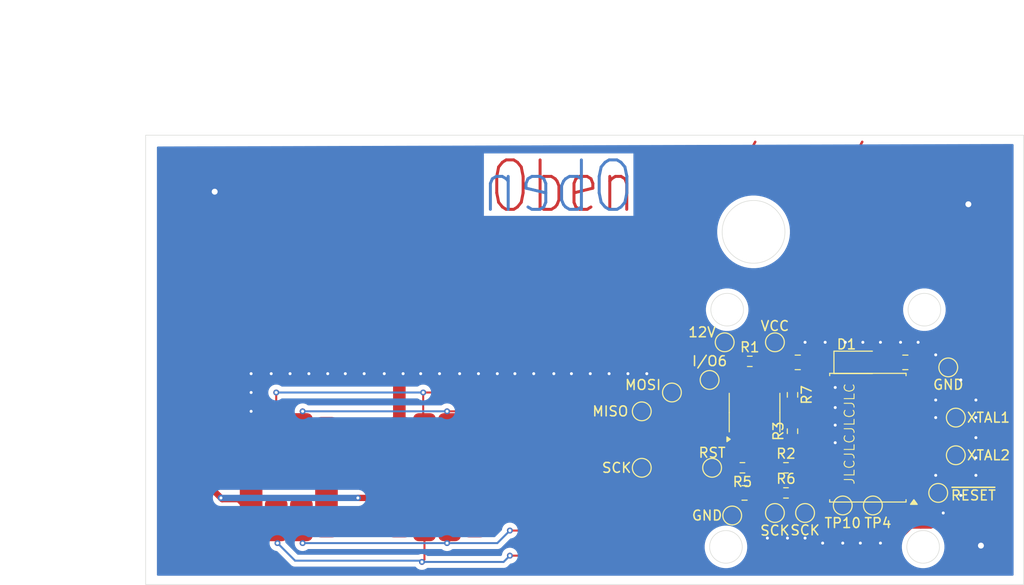
<source format=kicad_pcb>
(kicad_pcb (version 20241229) (generator "pcbnew") (generator_version "9.0")
  (layers (0 "F.Cu" signal) (2 "B.Cu" signal) (13 "F.Paste" user) (15 "B.Paste" user) (5 "F.SilkS" user "F.Silkscreen") (7 "B.SilkS" user "B.Silkscreen") (1 "F.Mask" user) (3 "B.Mask" user) (25 "Edge.Cuts" user))
  (net 0 "")
  (net 3 "GND")
  (net 4 "VCC")
  (net 7 "RST")
  (net 8 "SCK")
  (net 9 "MISO")
  (net 10 "MOSI")
  (net 11 "+12V")
  (net 12 "Net-(D2-I{slash}O_6)")
  (net 13 "Net-(U1-XTAL1)")
  (net 14 "Net-(U1-XTAL2)")
  (net 15 "Net-(U1-~{RESET})")
  (net 16 "Net-(U1-PB6)")
  (net 17 "Net-(U1-PB7)")
  (net 18 "Net-(U1-PB5)")
  (footprint "Diode_SMD:D_1206_3216Metric" (layer "F.Cu") (at 123.314 54.356)
    (property "Reference" "D1" (at -1.016 -1.82 0) (layer "F.SilkS"))
    (property "Value" "0,5W 4,7V")
    (fp_line (start -2.285 -1.135) (end -2.285 1.135) (stroke (width 0.12)) (layer "F.SilkS"))
    (fp_line (start -2.285 1.135) (end 1.6 1.135) (stroke (width 0.12)) (layer "F.SilkS"))
    (fp_line (start 1.6 -1.135) (end -2.285 -1.135) (stroke (width 0.12)) (layer "F.SilkS"))
    (pad "1" smd roundrect (at -1.4 0) (size 1.25 1.75) (layers "F.Cu" "F.Mask" "F.Paste") (roundrect_rratio 0.2) (net 4 "VCC"))
    (pad "2" smd roundrect (at 1.4 0) (size 1.25 1.75) (layers "F.Cu" "F.Mask" "F.Paste") (roundrect_rratio 0.2) (net 3 "GND"))
  )
  (footprint "TestPoint:TestPoint_Pad_D1.5mm" (layer "F.Cu") (at 115.062 52.324)
    (property "Reference" "TP16")
    (property "Value" "VCC")
    (fp_circle (center 0 0) (end 0 0.95) (stroke (width 0.12)) (fill no) (layer "F.SilkS"))
    (fp_text user "VCC" (at 0 -1.65 0) (layer "F.SilkS"))
    (pad "1" smd circle (at 0 0) (size 1.5 1.5) (layers "F.Cu" "F.Mask") (net 4 "VCC"))
  )
  (footprint "TestPoint:TestPoint_Pad_D1.5mm" (layer "F.Cu") (at 101.6 59.309)
    (property "Reference" "TP1" (hide yes))
    (property "Value" "MISO" (at -3.175 0 0) (layer "F.SilkS"))
    (fp_circle (center 0 0) (end 0 0.95) (stroke (width 0.12)) (fill no) (layer "F.SilkS"))
    (pad "1" smd circle (at 0 0) (size 1.5 1.5) (layers "F.Cu" "F.Mask") (net 9 "MISO"))
  )
  (footprint "Resistor_SMD:R_0603_1608Metric" (layer "F.Cu") (at 116.1815 65.024)
    (property "Reference" "R2" (at 0 -1.43 0) (layer "F.SilkS"))
    (property "Value" "4700")
    (fp_line (start -0.237258 -0.5225) (end 0.237258 -0.5225) (stroke (width 0.12)) (layer "F.SilkS"))
    (fp_line (start -0.237258 0.5225) (end 0.237258 0.5225) (stroke (width 0.12)) (layer "F.SilkS"))
    (pad "1" smd roundrect (at -0.825 0) (size 0.8 0.95) (layers "F.Cu" "F.Mask" "F.Paste") (net 9 "MISO"))
    (pad "2" smd roundrect (at 0.825 0) (size 0.8 0.95) (layers "F.Cu" "F.Mask" "F.Paste") (net 16 "Net-(U1-PB6)"))
  )
  (footprint "Capacitor_SMD:C_0805_2012Metric_Pad1.18x1.45mm_HandSolder" (layer "F.Cu") (at 111.9925 67.564 180)
    (property "Reference" "C3" (at 5.5665 0 180) (layer "F.Cu"))
    (property "Value" "100nF")
    (fp_line (start -0.261252 0.735) (end 0.261252 0.735) (stroke (width 0.12)) (layer "F.SilkS"))
    (fp_line (start -0.261252 -0.735) (end 0.261252 -0.735) (stroke (width 0.12)) (layer "F.SilkS"))
    (pad "1" smd roundrect (at -1.0375 0 180) (size 1.175 1.45) (layers "F.Cu" "F.Mask" "F.Paste") (roundrect_rratio 0.212766) (net 15 "Net-(U1-~{RESET})"))
    (pad "2" smd roundrect (at 1.0375 0 180) (size 1.175 1.45) (layers "F.Cu" "F.Mask" "F.Paste") (roundrect_rratio 0.212766) (net 3 "GND"))
  )
  (footprint "TestPoint:TestPoint_Pad_D1.5mm" (layer "F.Cu") (at 121.92 68.834)
    (property "Reference" "TP10" (at 0 1.778 0) (layer "F.SilkS"))
    (property "Value" "MISO")
    (fp_circle (center 0 0) (end 0 0.95) (stroke (width 0.12)) (fill no) (layer "F.SilkS"))
    (pad "1" smd circle (at 0 0) (size 1.5 1.5) (layers "F.Cu" "F.Mask") (net 16 "Net-(U1-PB6)"))
  )
  (footprint "TestPoint:TestPoint_Pad_D1.5mm" (layer "F.Cu") (at 133.35 63.754)
    (property "Reference" "TP15")
    (property "Value" "XTAL2" (at 3.302 0 0) (layer "F.SilkS"))
    (fp_circle (center 0 0) (end 0 0.95) (stroke (width 0.12)) (fill no) (layer "F.SilkS"))
    (pad "1" smd circle (at 0 0) (size 1.5 1.5) (layers "F.Cu" "F.Mask") (net 14 "Net-(U1-XTAL2)"))
  )
  (footprint "TestPoint:TestPoint_Pad_D1.5mm" (layer "F.Cu") (at 104.648 57.404)
    (property "Reference" "TP5" (hide yes))
    (property "Value" "MOSI" (at -2.921 -0.762 0) (layer "F.SilkS"))
    (fp_circle (center 0 0) (end 0 0.95) (stroke (width 0.12)) (fill no) (layer "F.SilkS"))
    (pad "1" smd circle (at 0 0) (size 1.5 1.5) (layers "F.Cu" "F.Mask") (net 10 "MOSI"))
  )
  (footprint "TestPoint:TestPoint_Pad_D1.5mm" (layer "F.Cu") (at 108.458 56.134)
    (property "Reference" "TP7" (hide yes))
    (property "Value" "I/O6" (at 0 -1.905 0) (layer "F.SilkS"))
    (fp_circle (center 0 0) (end 0 0.95) (stroke (width 0.12)) (fill no) (layer "F.SilkS"))
    (pad "1" smd circle (at 0 0) (size 1.5 1.5) (layers "F.Cu" "F.Mask") (net 12 "Net-(D2-I{slash}O_6)"))
  )
  (footprint "TestPoint:TestPoint_Pad_D1.5mm" (layer "F.Cu") (at 118.11 69.596)
    (property "Reference" "TP6")
    (property "Value" "SCK" (at 0 1.75 0) (layer "F.SilkS"))
    (fp_circle (center 0 0) (end 0 0.95) (stroke (width 0.12)) (fill no) (layer "F.SilkS"))
    (pad "1" smd circle (at 0 0) (size 1.5 1.5) (layers "F.Cu" "F.Mask") (net 17 "Net-(U1-PB7)"))
  )
  (footprint "Package_SO:SOP-20_7.5x12.8mm_P1.27mm" (layer "F.Cu") (at 124.46 61.976 180)
    (property "Reference" "U1" (at -11.176 -8.128 90) (layer "F.Cu"))
    (property "Value" "AT90S1200A")
    (fp_line (start 3.86 6.51) (end 3.86 6.275) (stroke (width 0.12)) (layer "F.SilkS"))
    (fp_line (start 3.86 -6.51) (end 3.86 -6.275) (stroke (width 0.12)) (layer "F.SilkS"))
    (fp_line (start 0 6.51) (end 3.86 6.51) (stroke (width 0.12)) (layer "F.SilkS"))
    (fp_line (start 0 6.51) (end -3.86 6.51) (stroke (width 0.12)) (layer "F.SilkS"))
    (fp_line (start 0 -6.51) (end 3.86 -6.51) (stroke (width 0.12)) (layer "F.SilkS"))
    (fp_line (start 0 -6.51) (end -3.86 -6.51) (stroke (width 0.12)) (layer "F.SilkS"))
    (fp_line (start -3.86 6.51) (end -3.86 6.275) (stroke (width 0.12)) (layer "F.SilkS"))
    (fp_line (start -3.86 -6.51) (end -3.86 -6.275) (stroke (width 0.12)) (layer "F.SilkS"))
    (fp_poly (pts (xy -4.65 -6.275) (xy -4.99 -6.745) (xy -4.31 -6.745) (xy -4.65 -6.275)) (stroke (width 0.12)) (fill yes) (layer "F.SilkS"))
    (pad "1" smd roundrect (at -4.6 -5.715 180) (size 1.9 0.6) (layers "F.Cu" "F.Mask" "F.Paste") (net 15 "Net-(U1-~{RESET})"))
    (pad "2" smd roundrect (at -4.6 -4.445 180) (size 1.9 0.6) (layers "F.Cu" "F.Mask" "F.Paste") (net 3 "GND"))
    (pad "3" smd roundrect (at -4.6 -3.175 180) (size 1.9 0.6) (layers "F.Cu" "F.Mask" "F.Paste") (net 3 "GND"))
    (pad "4" smd roundrect (at -4.6 -1.905 180) (size 1.9 0.6) (layers "F.Cu" "F.Mask" "F.Paste") (net 14 "Net-(U1-XTAL2)"))
    (pad "5" smd roundrect (at -4.6 -0.635 180) (size 1.9 0.6) (layers "F.Cu" "F.Mask" "F.Paste") (net 13 "Net-(U1-XTAL1)"))
    (pad "6" smd roundrect (at -4.6 0.635 180) (size 1.9 0.6) (layers "F.Cu" "F.Mask" "F.Paste") (net 3 "GND"))
    (pad "7" smd roundrect (at -4.6 1.905 180) (size 1.9 0.6) (layers "F.Cu" "F.Mask" "F.Paste") (net 3 "GND"))
    (pad "8" smd roundrect (at -4.6 3.175 180) (size 1.9 0.6) (layers "F.Cu" "F.Mask" "F.Paste") (net 3 "GND"))
    (pad "9" smd roundrect (at -4.6 4.445 180) (size 1.9 0.6) (layers "F.Cu" "F.Mask" "F.Paste") (net 3 "GND"))
    (pad "10" smd roundrect (at -4.6 5.715 180) (size 1.9 0.6) (layers "F.Cu" "F.Mask" "F.Paste") (net 3 "GND"))
    (pad "11" smd roundrect (at 4.6 5.715 180) (size 1.9 0.6) (layers "F.Cu" "F.Mask" "F.Paste") (net 3 "GND"))
    (pad "12" smd roundrect (at 4.6 4.445 180) (size 1.9 0.6) (layers "F.Cu" "F.Mask" "F.Paste") (net 3 "GND"))
    (pad "13" smd roundrect (at 4.6 3.175 180) (size 1.9 0.6) (layers "F.Cu" "F.Mask" "F.Paste") (net 3 "GND"))
    (pad "14" smd roundrect (at 4.6 1.905 180) (size 1.9 0.6) (layers "F.Cu" "F.Mask" "F.Paste") (net 3 "GND"))
    (pad "15" smd roundrect (at 4.6 0.635 180) (size 1.9 0.6) (layers "F.Cu" "F.Mask" "F.Paste") (net 3 "GND"))
    (pad "16" smd roundrect (at 4.6 -0.635 180) (size 1.9 0.6) (layers "F.Cu" "F.Mask" "F.Paste") (net 3 "GND"))
    (pad "17" smd roundrect (at 4.6 -1.905 180) (size 1.9 0.6) (layers "F.Cu" "F.Mask" "F.Paste") (net 18 "Net-(U1-PB5)"))
    (pad "18" smd roundrect (at 4.6 -3.175 180) (size 1.9 0.6) (layers "F.Cu" "F.Mask" "F.Paste") (net 16 "Net-(U1-PB6)"))
    (pad "19" smd roundrect (at 4.6 -4.445 180) (size 1.9 0.6) (layers "F.Cu" "F.Mask" "F.Paste") (net 17 "Net-(U1-PB7)"))
    (pad "20" smd roundrect (at 4.6 -5.715 180) (size 1.9 0.6) (layers "F.Cu" "F.Mask" "F.Paste") (net 4 "VCC"))
  )
  (footprint "Resistor_SMD:R_0603_1608Metric" (layer "F.Cu") (at 116.1815 67.564)
    (property "Reference" "R6" (at 0 -1.43 0) (layer "F.SilkS"))
    (property "Value" "4700")
    (fp_line (start -0.237258 -0.5225) (end 0.237258 -0.5225) (stroke (width 0.12)) (layer "F.SilkS"))
    (fp_line (start -0.237258 0.5225) (end 0.237258 0.5225) (stroke (width 0.12)) (layer "F.SilkS"))
    (pad "1" smd roundrect (at -0.825 0) (size 0.8 0.95) (layers "F.Cu" "F.Mask" "F.Paste") (net 8 "SCK"))
    (pad "2" smd roundrect (at 0.825 0) (size 0.8 0.95) (layers "F.Cu" "F.Mask" "F.Paste") (net 17 "Net-(U1-PB7)"))
  )
  (footprint "TestPoint:TestPoint_Pad_D1.5mm" (layer "F.Cu") (at 133.35 59.944)
    (property "Reference" "TP14")
    (property "Value" "XTAL1" (at 3.302 0 0) (layer "F.SilkS"))
    (fp_circle (center 0 0) (end 0 0.95) (stroke (width 0.12)) (fill no) (layer "F.SilkS"))
    (pad "1" smd circle (at 0 0) (size 1.5 1.5) (layers "F.Cu" "F.Mask") (net 13 "Net-(U1-XTAL1)"))
  )
  (footprint "TestPoint:TestPoint_Pad_D1.5mm" (layer "F.Cu") (at 101.6 65.024)
    (property "Reference" "TP9" (hide yes))
    (property "Value" "SCK" (at -2.54 0 0) (layer "F.SilkS"))
    (fp_circle (center 0 0) (end 0 0.95) (stroke (width 0.12)) (fill no) (layer "F.SilkS"))
    (pad "1" smd circle (at 0 0) (size 1.5 1.5) (layers "F.Cu" "F.Mask") (net 8 "SCK"))
  )
  (footprint "TestPoint:TestPoint_Pad_D1.5mm" (layer "F.Cu") (at 132.588 54.864)
    (property "Reference" "TP11")
    (property "Value" "GND" (at 0 1.75 0) (layer "F.SilkS"))
    (fp_circle (center 0 0) (end 0 0.95) (stroke (width 0.12)) (fill no) (layer "F.SilkS"))
    (pad "1" smd circle (at 0 0) (size 1.5 1.5) (layers "F.Cu" "F.Mask") (net 3 "GND"))
  )
  (footprint "Resistor_SMD:R_0603_1608Metric" (layer "F.Cu") (at 116.84 61.3175 90)
    (property "Reference" "R3" (at 0 -1.43 90) (layer "F.SilkS"))
    (property "Value" "4700")
    (fp_line (start -0.237258 -0.5225) (end 0.237258 -0.5225) (stroke (width 0.12)) (layer "F.SilkS"))
    (fp_line (start -0.237258 0.5225) (end 0.237258 0.5225) (stroke (width 0.12)) (layer "F.SilkS"))
    (pad "1" smd roundrect (at -0.825 0 90) (size 0.8 0.95) (layers "F.Cu" "F.Mask" "F.Paste") (net 10 "MOSI"))
    (pad "2" smd roundrect (at 0.825 0 90) (size 0.8 0.95) (layers "F.Cu" "F.Mask" "F.Paste") (net 18 "Net-(U1-PB5)"))
  )
  (footprint "SIM:ZLK" (layer "F.Cu") (at 82.169 57.0845)
    (property "Reference" "J1" (at -0.889 -7.3005 180) (layer "F.Cu") (effects (font (size 2 2) (thickness 0.2))))
    (property "Value" "Conn_02x04_Counter_Clockwise")
    (pad "1" smd roundrect (at -5.08 12.192) (size 2.286 5.588) (layers "F.Cu" "F.Mask") (net 11 "+12V"))
    (pad "2" smd roundrect (at -2.54 13.208) (size 2.286 4.318) (layers "F.Cu" "F.Mask") (net 7 "RST"))
    (pad "3" smd roundrect (at 0 13.208) (size 2.286 4.318) (layers "F.Cu" "F.Mask") (net 8 "SCK"))
    (pad "4" smd roundrect (at 2.54 12.192) (size 2.286 5.588) (layers "F.Cu" "F.Mask"))
    (pad "5" smd roundrect (at 2.54 5.588) (size 2.286 5.588) (layers "F.Cu" "F.Mask"))
    (pad "6" smd roundrect (at 0 4.572) (size 2.286 4.318) (layers "F.Cu" "F.Mask") (net 9 "MISO"))
    (pad "7" smd roundrect (at -2.54 4.572) (size 2.286 4.318) (layers "F.Cu" "F.Mask") (net 10 "MOSI"))
    (pad "8" smd roundrect (at -5.08 5.588) (size 2.286 5.588) (layers "F.Cu" "F.Mask") (net 3 "GND"))
  )
  (footprint "TestPoint:TestPoint_Pad_D1.5mm" (layer "F.Cu") (at 115.062 69.596)
    (property "Reference" "TP12")
    (property "Value" "SCK")
    (fp_circle (center 0 0) (end 0 0.95) (stroke (width 0.12)) (fill no) (layer "F.SilkS"))
    (fp_text user "SCK" (at 0 1.778 0) (layer "F.SilkS"))
    (pad "1" smd circle (at 0 0) (size 1.5 1.5) (layers "F.Cu" "F.Mask") (net 8 "SCK"))
  )
  (footprint "TestPoint:TestPoint_Pad_D1.5mm" (layer "F.Cu") (at 131.572 67.564)
    (property "Reference" "TP13")
    (property "Value" "~{RESET}" (at 3.556 0.254 0) (layer "F.SilkS"))
    (fp_circle (center 0 0) (end 0 0.95) (stroke (width 0.12)) (fill no) (layer "F.SilkS"))
    (pad "1" smd circle (at 0 0) (size 1.5 1.5) (layers "F.Cu" "F.Mask") (net 15 "Net-(U1-~{RESET})"))
  )
  (footprint "TestPoint:TestPoint_Pad_D1.5mm" (layer "F.Cu") (at 110.744 69.85)
    (property "Reference" "TP2" (hide yes))
    (property "Value" "GND" (at -2.54 0 0) (layer "F.SilkS"))
    (fp_circle (center 0 0) (end 0 0.95) (stroke (width 0.12)) (fill no) (layer "F.SilkS"))
    (pad "1" smd circle (at 0 0) (size 1.5 1.5) (layers "F.Cu" "F.Mask") (net 3 "GND"))
  )
  (footprint "TestPoint:TestPoint_Pad_D1.5mm" (layer "F.Cu") (at 109.982 52.324)
    (property "Reference" "TP8" (hide yes))
    (property "Value" "12V" (at -2.286 -1.016 0) (layer "F.SilkS"))
    (fp_circle (center 0 0) (end 0 0.95) (stroke (width 0.12)) (fill no) (layer "F.SilkS"))
    (pad "1" smd circle (at 0 0) (size 1.5 1.5) (layers "F.Cu" "F.Mask") (net 11 "+12V"))
  )
  (footprint "Resistor_SMD:R_0603_1608Metric" (layer "F.Cu") (at 116.84 57.642 -90)
    (property "Reference" "R7" (at 0 -1.43 270) (layer "F.SilkS"))
    (property "Value" "1002")
    (fp_line (start -0.237258 0.5225) (end 0.237258 0.5225) (stroke (width 0.12)) (layer "F.SilkS"))
    (fp_line (start -0.237258 -0.5225) (end 0.237258 -0.5225) (stroke (width 0.12)) (layer "F.SilkS"))
    (pad "1" smd roundrect (at -0.825 0 270) (size 0.8 0.95) (layers "F.Cu" "F.Mask" "F.Paste") (net 4 "VCC"))
    (pad "2" smd roundrect (at 0.825 0 270) (size 0.8 0.95) (layers "F.Cu" "F.Mask" "F.Paste") (net 18 "Net-(U1-PB5)"))
  )
  (footprint "Package_SO:SO-8_3.9x4.9mm_P1.27mm" (layer "F.Cu") (at 113.0046 59.436 90)
    (property "Reference" "D2" (at -1.778 -11.1506 180) (layer "F.Cu"))
    (property "Value" "ESDA6V1U1")
    (fp_line (start 0 -2.56) (end 1.95 -2.56) (stroke (width 0.12)) (layer "F.SilkS"))
    (fp_line (start 0 -2.56) (end -1.95 -2.56) (stroke (width 0.12)) (layer "F.SilkS"))
    (fp_line (start 0 2.56) (end 1.95 2.56) (stroke (width 0.12)) (layer "F.SilkS"))
    (fp_line (start 0 2.56) (end -1.95 2.56) (stroke (width 0.12)) (layer "F.SilkS"))
    (fp_poly (pts (xy -2.7 -2.465) (xy -2.94 -2.795) (xy -2.46 -2.795) (xy -2.7 -2.465)) (stroke (width 0.12)) (fill yes) (layer "F.SilkS"))
    (pad "1" smd roundrect (at -2.575 -1.905 90) (size 1.75 0.6) (layers "F.Cu" "F.Mask" "F.Paste") (net 7 "RST"))
    (pad "2" smd roundrect (at -2.575 -0.635 90) (size 1.75 0.6) (layers "F.Cu" "F.Mask" "F.Paste") (net 8 "SCK"))
    (pad "3" smd roundrect (at -2.575 0.635 90) (size 1.75 0.6) (layers "F.Cu" "F.Mask" "F.Paste") (net 9 "MISO"))
    (pad "4" smd roundrect (at -2.575 1.905 90) (size 1.75 0.6) (layers "F.Cu" "F.Mask" "F.Paste") (net 10 "MOSI"))
    (pad "5" smd roundrect (at 2.575 1.905 90) (size 1.75 0.6) (layers "F.Cu" "F.Mask" "F.Paste") (net 4 "VCC"))
    (pad "6" smd roundrect (at 2.575 0.635 90) (size 1.75 0.6) (layers "F.Cu" "F.Mask" "F.Paste") (net 3 "GND"))
    (pad "7" smd roundrect (at 2.575 -0.635 90) (size 1.75 0.6) (layers "F.Cu" "F.Mask" "F.Paste") (net 3 "GND"))
    (pad "8" smd roundrect (at 2.575 -1.905 90) (size 1.75 0.6) (layers "F.Cu" "F.Mask" "F.Paste") (net 12 "Net-(D2-I{slash}O_6)"))
  )
  (footprint "Capacitor_SMD:C_0805_2012Metric_Pad1.18x1.45mm_HandSolder" (layer "F.Cu") (at 117.3695 54.356 180)
    (property "Reference" "C2" (at -0.4865 4.318 180) (layer "F.Cu"))
    (property "Value" "100nF")
    (fp_line (start -0.261252 0.735) (end 0.261252 0.735) (stroke (width 0.12)) (layer "F.SilkS"))
    (fp_line (start -0.261252 -0.735) (end 0.261252 -0.735) (stroke (width 0.12)) (layer "F.SilkS"))
    (pad "1" smd roundrect (at -1.0375 0 180) (size 1.175 1.45) (layers "F.Cu" "F.Mask" "F.Paste") (roundrect_rratio 0.212766) (net 4 "VCC"))
    (pad "2" smd roundrect (at 1.0375 0 180) (size 1.175 1.45) (layers "F.Cu" "F.Mask" "F.Paste") (roundrect_rratio 0.212766) (net 3 "GND"))
  )
  (footprint "Resistor_SMD:R_0603_1608Metric" (layer "F.Cu") (at 111.776 65.024 180)
    (property "Reference" "R5" (at 0 -1.43 180) (layer "F.SilkS"))
    (property "Value" "4640")
    (fp_line (start -0.237258 0.5225) (end 0.237258 0.5225) (stroke (width 0.12)) (layer "F.SilkS"))
    (fp_line (start -0.237258 -0.5225) (end 0.237258 -0.5225) (stroke (width 0.12)) (layer "F.SilkS"))
    (pad "1" smd roundrect (at -0.825 0 180) (size 0.8 0.95) (layers "F.Cu" "F.Mask" "F.Paste") (net 15 "Net-(U1-~{RESET})"))
    (pad "2" smd roundrect (at 0.825 0 180) (size 0.8 0.95) (layers "F.Cu" "F.Mask" "F.Paste") (net 7 "RST"))
  )
  (footprint "Capacitor_SMD:C_0805_2012Metric_Pad1.18x1.45mm_HandSolder" (layer "F.Cu") (at 128.2485 54.356)
    (property "Reference" "C1" (at -1.5025 -4.064 180) (layer "F.Cu"))
    (property "Value" "100nF")
    (fp_line (start -0.261252 -0.735) (end 0.261252 -0.735) (stroke (width 0.12)) (layer "F.SilkS"))
    (fp_line (start -0.261252 0.735) (end 0.261252 0.735) (stroke (width 0.12)) (layer "F.SilkS"))
    (pad "1" smd roundrect (at -1.0375 0) (size 1.175 1.45) (layers "F.Cu" "F.Mask" "F.Paste") (roundrect_rratio 0.212766) (net 4 "VCC"))
    (pad "2" smd roundrect (at 1.0375 0) (size 1.175 1.45) (layers "F.Cu" "F.Mask" "F.Paste") (roundrect_rratio 0.212766) (net 3 "GND"))
  )
  (footprint "SIM:ZLK" (layer "F.Cu") (at 67.183 57.0845)
    (property "Reference" "J2" (at -0.635 -7.3005 180) (layer "F.Cu") (effects (font (size 2 2) (thickness 0.2))))
    (property "Value" "Conn_02x04_Counter_Clockwise")
    (pad "1" smd roundrect (at -5.08 12.192) (size 2.286 5.588) (layers "F.Cu" "F.Mask") (net 11 "+12V"))
    (pad "2" smd roundrect (at -2.54 13.208) (size 2.286 4.318) (layers "F.Cu" "F.Mask") (net 7 "RST"))
    (pad "3" smd roundrect (at 0 13.208) (size 2.286 4.318) (layers "F.Cu" "F.Mask") (net 8 "SCK"))
    (pad "4" smd roundrect (at 2.54 12.192) (size 2.286 5.588) (layers "F.Cu" "F.Mask"))
    (pad "5" smd roundrect (at 2.54 5.588) (size 2.286 5.588) (layers "F.Cu" "F.Mask"))
    (pad "6" smd roundrect (at 0 4.572) (size 2.286 4.318) (layers "F.Cu" "F.Mask") (net 9 "MISO"))
    (pad "7" smd roundrect (at -2.54 4.572) (size 2.286 4.318) (layers "F.Cu" "F.Mask") (net 10 "MOSI"))
    (pad "8" smd roundrect (at -5.08 5.588) (size 2.286 5.588) (layers "F.Cu" "F.Mask") (net 3 "GND"))
  )
  (footprint "Resistor_SMD:R_0603_1608Metric" (layer "F.Cu") (at 112.522 54.2544)
    (property "Reference" "R1" (at 0 -1.43 0) (layer "F.SilkS"))
    (property "Value" "270")
    (fp_line (start -0.237258 -0.5225) (end 0.237258 -0.5225) (stroke (width 0.12)) (layer "F.SilkS"))
    (fp_line (start -0.237258 0.5225) (end 0.237258 0.5225) (stroke (width 0.12)) (layer "F.SilkS"))
    (pad "1" smd roundrect (at -0.825 0) (size 0.8 0.95) (layers "F.Cu" "F.Mask" "F.Paste") (net 11 "+12V"))
    (pad "2" smd roundrect (at 0.825 0) (size 0.8 0.95) (layers "F.Cu" "F.Mask" "F.Paste") (net 4 "VCC"))
  )
  (footprint "TestPoint:TestPoint_Pad_D1.5mm" (layer "F.Cu") (at 124.968 68.834)
    (property "Reference" "TP4" (at 0.508 1.778 0) (layer "F.SilkS"))
    (property "Value" "MOSI")
    (fp_circle (center 0 0) (end 0 0.95) (stroke (width 0.12)) (fill no) (layer "F.SilkS"))
    (pad "1" smd circle (at 0 0) (size 1.5 1.5) (layers "F.Cu" "F.Mask") (net 18 "Net-(U1-PB5)"))
  )
  (footprint "TestPoint:TestPoint_Pad_D1.5mm" (layer "F.Cu") (at 108.712 65.024)
    (property "Reference" "TP3" (hide yes))
    (property "Value" "RST" (at 0 -1.524 0) (layer "F.SilkS"))
    (fp_circle (center 0 0) (end 0 0.95) (stroke (width 0.12)) (fill no) (layer "F.SilkS"))
    (pad "1" smd circle (at 0 0) (size 1.5 1.5) (layers "F.Cu" "F.Mask") (net 7 "RST"))
  )
  (gr_arc (start 124.968 46.482) (mid 123.827093 46.859583) (end 122.68947 46.472216) (stroke (width 0.2)) (layer "F.Cu"))
  (gr_circle (center 125.486206 45.339) (end 124.46 45.339) (stroke (width 0.2)) (fill no) (layer "F.Cu"))
  (gr_rect (start 121.412 49.657) (end 123.952 50.927) (stroke (width 0.2)) (fill no) (layer "F.Cu"))
  (gr_line (start 123.317 50.927) (end 123.317 49.657) (stroke (width 0.2)) (layer "F.Cu"))
  (gr_line (start 123.317 50.927) (end 122.047 50.292) (stroke (width 0.2)) (layer "F.Cu"))
  (gr_circle (center 122.057206 45.339) (end 123.063 45.339) (stroke (width 0.2)) (fill no) (layer "F.Cu"))
  (gr_line (start 125.476 44.958) (end 125.476 45.593) (stroke (width 0.2)) (layer "F.Cu"))
  (gr_arc (start 123.063 45.339001) (mid 123.760047 45.192442) (end 124.454562 45.350568) (stroke (width 0.2)) (layer "F.Cu"))
  (gr_circle (center 123.708136 45.339) (end 126.492 45.325392) (stroke (width 0.2)) (fill no) (layer "F.Cu"))
  (gr_line (start 123.825 46.863) (end 123.825 47.498) (stroke (width 0.2)) (layer "F.Cu"))
  (gr_line (start 123.317 49.657) (end 122.047 50.292) (stroke (width 0.2)) (layer "F.Cu"))
  (gr_line (start 122.047 44.958) (end 122.047 45.593) (stroke (width 0.2)) (layer "F.Cu"))
  (gr_rect (start 123.3805 46.863) (end 124.2695 47.498) (stroke (width 0.2)) (fill no) (layer "F.Cu"))
  (gr_line (start 122.047 49.657) (end 122.047 50.927) (stroke (width 0.2)) (layer "F.Cu"))
  (gr_circle (center 130.048 73.025) (end 131.699 73.025) (stroke (width 0.05)) (fill no) (layer "Edge.Cuts"))
  (gr_circle (center 112.903 41.148) (end 116.078 41.148) (stroke (width 0.05)) (fill no) (layer "Edge.Cuts"))
  (gr_circle (center 110.236 49.022) (end 111.887 49.022) (stroke (width 0.05)) (fill no) (layer "Edge.Cuts"))
  (gr_rect (start 51.435 31.369) (end 140.208 76.835) (stroke (width 0.05)) (fill no) (layer "Edge.Cuts"))
  (gr_circle (center 130.175 49.022) (end 131.826 49.022) (stroke (width 0.05)) (fill no) (layer "Edge.Cuts"))
  (gr_circle (center 110.109 73.025) (end 111.76 73.025) (stroke (width 0.05)) (fill no) (layer "Edge.Cuts"))
  (gr_text "TOP-Side" (at 130.429 38.735 180) (layer "F.Cu") (effects (font (size 2 1.7) (thickness 0.25)) (justify left bottom)))
  (gr_text "Oben" (at 85.979 39.497 0) (layer "F.Cu") (effects (font (size 5 4) (thickness 0.3) (bold yes)) (justify left bottom)))
  (gr_text "3240/000201/EN" (at 130.302 32.258 180) (layer "F.Cu") (effects (font (size 2 1.6) (thickness 0.25)) (justify left bottom)))
  (gr_text "94V-0" (at 78.74 34.544 180) (layer "F.Cu") (effects (font (size 3 2.5) (thickness 0.4)) (justify left bottom)))
  (gr_text "z3240002" (at 130.429 35.433 180) (layer "F.Cu") (effects (font (size 2 1.7) (thickness 0.25)) (justify left bottom)))
  (gr_text "Oben" (at 101.092 39.497 -0) (layer "B.Cu") (effects (font (size 5 4.2) (thickness 0.3) (bold yes)) (justify left bottom mirror)))
  (gr_text "JLCJLCJLCJLC" (at 123.19 66.802 90) (layer "F.SilkS") (effects (font (size 1 1) (thickness 0.1)) (justify left bottom)))
  (segment (start 130.683 61.341) (end 131.318 60.706) (width 0.2) (layer "F.Cu") (net 3))
  (segment (start 85.09 55.499) (end 86.995 55.499) (width 0.635) (layer "F.Cu") (net 3))
  (segment (start 121.158 62.484) (end 121.158 61.214) (width 0.2) (layer "F.Cu") (net 3))
  (segment (start 64.135 55.499) (end 66.04 55.499) (width 0.635) (layer "F.Cu") (net 3))
  (segment (start 129.06 66.421) (end 130.683 66.421) (width 0.2) (layer "F.Cu") (net 3))
  (segment (start 105.283 55.499) (end 107.9885 58.2045) (width 0.635) (layer "F.Cu") (net 3))
  (segment (start 127.508 72.136) (end 128.778 70.866) (width 0.635) (layer "F.Cu") (net 3))
  (segment (start 120.523 56.261) (end 121.158 56.896) (width 0.2) (layer "F.Cu") (net 3))
  (segment (start 121.92 72.644) (end 123.698 72.644) (width 0.635) (layer "F.Cu") (net 3))
  (segment (start 135.382 59.944) (end 135.382 58.166) (width 0.635) (layer "F.Cu") (net 3))
  (segment (start 121.158 60.706) (end 121.158 60.198) (width 0.2) (layer "F.Cu") (net 3))
  (segment (start 71.628 55.499) (end 73.533 55.499) (width 0.635) (layer "F.Cu") (net 3))
  (segment (start 86.995 55.499) (end 88.773 55.499) (width 0.635) (layer "F.Cu") (net 3))
  (segment (start 131.318 60.706) (end 131.318 59.944) (width 0.2) (layer "F.Cu") (net 3))
  (segment (start 73.533 55.499) (end 75.565 55.499) (width 0.635) (layer "F.Cu") (net 3))
  (segment (start 119.86 60.071) (end 121.031 60.071) (width 0.2) (layer "F.Cu") (net 3))
  (segment (start 127.762 52.324) (end 125.73 52.324) (width 0.635) (layer "F.Cu") (net 3))
  (segment (start 61.849 59.309) (end 62.103004 59.309) (width 0.635) (layer "F.Cu") (net 3))
  (segment (start 131.191 60.071) (end 131.318 59.944) (width 0.2) (layer "F.Cu") (net 3))
  (segment (start 107.9885 58.2045) (end 112.268 58.2045) (width 0.635) (layer "F.Cu") (net 3))
  (segment (start 124.968 52.324) (end 123.952 52.324) (width 0.635) (layer "F.Cu") (net 3))
  (segment (start 77.089 55.88) (end 77.47 55.499) (width 1.27) (layer "F.Cu") (net 3))
  (segment (start 129.06 57.531) (end 130.683 57.531) (width 0.2) (layer "F.Cu") (net 3))
  (segment (start 135.382 58.166) (end 131.318 58.166) (width 0.635) (layer "F.Cu") (net 3))
  (segment (start 69.85 55.499) (end 71.628 55.499) (width 0.635) (layer "F.Cu") (net 3))
  (segment (start 130.683 66.421) (end 131.318 65.786) (width 0.2) (layer "F.Cu") (net 3))
  (segment (start 129.286 56.035) (end 129.06 56.261) (width 0.635) (layer "F.Cu") (net 3))
  (segment (start 112.268 71.374) (end 113.03 72.136) (width 0.635) (layer "F.Cu") (net 3))
  (segment (start 112.268 58.2045) (end 112.3696 58.1029) (width 0.635) (layer "F.Cu") (net 3))
  (segment (start 129.06 60.071) (end 131.191 60.071) (width 0.2) (layer "F.Cu") (net 3))
  (segment (start 102.108 55.499) (end 105.283 55.499) (width 0.635) (layer "F.Cu") (net 3))
  (segment (start 62.103 59.309004) (end 62.103004 59.309) (width 1.27) (layer "F.Cu") (net 3))
  (segment (start 67.945 55.499) (end 69.85 55.499) (width 0.635) (layer "F.Cu") (net 3))
  (segment (start 122.174 52.324) (end 120.142 52.324) (width 0.635) (layer "F.Cu") (net 3))
  (segment (start 133.858 56.134) (end 132.588 54.864) (width 0.635) (layer "F.Cu") (net 3))
  (segment (start 75.565 55.499) (end 79.248 55.499) (width 0.635) (layer "F.Cu") (net 3))
  (segment (start 116.332 53.594) (end 117.602 52.324) (width 0.635) (layer "F.Cu") (net 3))
  (segment (start 130.81 70.866) (end 132.08 69.596) (width 0.635) (layer "F.Cu") (net 3))
  (segment (start 119.86 56.261) (end 120.523 56.261) (width 0.2) (layer "F.Cu") (net 3))
  (segment (start 121.031 61.341) (end 121.158 61.214) (width 0.2) (layer "F.Cu") (net 3))
  (segment (start 135.382 57.658) (end 133.858 56.134) (width 0.635) (layer "F.Cu") (net 3))
  (segment (start 119.86 57.531) (end 121.031 57.531) (width 0.2) (layer "F.Cu") (net 3))
  (segment (start 100.203 55.499) (end 102.108 55.499) (width 0.635) (layer "F.Cu") (net 3))
  (segment (start 135.382 66.294) (end 135.382 65.786) (width 0.635) (layer "F.Cu") (net 3))
  (segment (start 66.04 55.499) (end 67.945 55.499) (width 0.635) (layer "F.Cu") (net 3))
  (segment (start 124.968 53.086) (end 124.714 53.34) (width 0.635) (layer "F.Cu") (net 3))
  (segment (start 81.153 55.499) (end 83.185 55.499) (width 0.635) (layer "F.Cu") (net 3))
  (segment (start 116.332 54.356) (end 116.332 53.594) (width 0.635) (layer "F.Cu") (net 3))
  (segment (start 117.602 52.324) (end 118.11 52.324) (width 0.635) (layer "F.Cu") (net 3))
  (segment (start 62.103 55.499) (end 64.135 55.499) (width 0.635) (layer "F.Cu") (net 3))
  (segment (start 129.286 54.356) (end 129.286 56.035) (width 0.635) (layer "F.Cu") (net 3))
  (segment (start 96.393 55.499) (end 98.298 55.499) (width 0.635) (layer "F.Cu") (net 3))
  (segment (start 130.302 52.578) (end 130.048 52.324) (width 0.635) (layer "F.Cu") (net 3))
  (segment (start 92.71 55.499) (end 94.488 55.499) (width 0.635) (layer "F.Cu") (net 3))
  (segment (start 110.744 69.85) (end 112.268 71.374) (width 0.635) (layer "F.Cu") (net 3))
  (segment (start 129.06 58.801) (end 131.191 58.801) (width 0.2) (layer "F.Cu") (net 3))
  (segment (start 129.06 61.341) (end 130.683 61.341) (width 0.2) (layer "F.Cu") (net 3))
  (segment (start 129.286 54.356) (end 129.286 52.578) (width 0.635) (layer "F.Cu") (net 3))
  (segment (start 79.248 55.499) (end 81.153 55.499) (width 0.635) (layer "F.Cu") (net 3))
  (segment (start 77.089 62.6725) (end 77.089 55.88) (width 1.27) (layer "F.Cu") (net 3))
  (segment (start 130.048 52.324) (end 129.54 52.324) (width 0.635) (layer "F.Cu") (net 3))
  (segment (start 128.778 70.866) (end 129.794 70.866) (width 0.635) (layer "F.Cu") (net 3))
  (segment (start 120.142 52.324) (end 118.11 52.324) (width 0.635) (layer "F.Cu") (net 3))
  (segment (start 131.318 53.594) (end 130.302 52.578) (width 0.635) (layer "F.Cu") (net 3))
  (segment (start 118.11 72.136) (end 119.38 72.136) (width 0.635) (layer "F.Cu") (net 3))
  (segment (start 110.744 68.072) (end 110.744 69.85) (width 0.635) (layer "F.Cu") (net 3))
  (segment (start 83.185 55.499) (end 85.09 55.499) (width 0.635) (layer "F.Cu") (net 3))
  (segment (start 112.268 58.2045) (end 113.4995 58.2045) (width 0.635) (layer "F.Cu") (net 3))
  (segment (start 119.86 61.341) (end 121.031 61.341) (width 0.2) (layer "F.Cu") (net 3))
  (segment (start 131.318 58.166) (end 131.318 58.928) (width 0.635) (layer "F.Cu") (net 3))
  (segment (start 121.031 58.801) (end 121.158 58.928) (width 0.2) (layer "F.Cu") (net 3))
  (segment (start 125.73 72.644) (end 127 72.644) (width 0.635) (layer "F.Cu") (net 3))
  (segment (start 135.382 58.166) (end 135.382 57.658) (width 0.635) (layer "F.Cu") (net 3))
  (segment (start 98.298 55.499) (end 100.203 55.499) (width 0.635) (layer "F.Cu") (net 3))
  (segment (start 129.286 52.578) (end 129.54 52.324) (width 0.635) (layer "F.Cu") (net 3))
  (segment (start 114.3 72.136) (end 116.332 72.136) (width 0.635) (layer "F.Cu") (net 3))
  (segment (start 121.031 62.611) (end 121.158 62.484) (width 0.2) (layer "F.Cu") (net 3))
  (segment (start 116.332 72.136) (end 118.11 72.136) (width 0.635) (layer "F.Cu") (net 3))
  (segment (start 75.565 55.499) (end 77.47 55.499) (width 0.635) (layer "F.Cu") (net 3))
  (segment (start 132.588 54.864) (end 131.318 53.594) (width 0.635) (layer "F.Cu") (net 3))
  (segment (start 124.714 53.34) (end 124.714 54.356) (width 0.635) (layer "F.Cu") (net 3))
  (segment (start 119.38 72.136) (end 119.888 72.644) (width 0.635) (layer "F.Cu") (net 3))
  (segment (start 129.794 70.866) (end 130.81 70.866) (width 0.635) (layer "F.Cu") (net 3))
  (segment (start 135.382 65.786) (end 131.318 65.786) (width 0.635) (layer "F.Cu") (net 3))
  (segment (start 62.103 57.404) (end 62.103 55.499) (width 0.635) (layer "F.Cu") (net 3))
  (segment (start 125.73 52.324) (end 124.968 52.324) (width 0.635) (layer "F.Cu") (net 3))
  (segment (start 129.06 65.151) (end 130.683 65.151) (width 0.2) (layer "F.Cu") (net 3))
  (segment (start 90.678 55.499) (end 92.71 55.499) (width 0.635) (layer "F.Cu") (net 3))
  (segment (start 135.382 65.786) (end 135.382 64.008) (width 0.635) (layer "F.Cu") (net 3))
  (segment (start 119.86 58.801) (end 121.031 58.801) (width 0.2) (layer "F.Cu") (net 3))
  (segment (start 123.952 52.324) (end 122.174 52.324) (width 0.635) (layer "F.Cu") (net 3))
  (segment (start 119.86 62.611) (end 121.031 62.611) (width 0.2) (layer "F.Cu") (net 3))
  (segment (start 121.158 58.928) (end 121.158 57.658) (width 0.2) (layer "F.Cu") (net 3))
  (segment (start 94.488 55.499) (end 96.393 55.499) (width 0.635) (layer "F.Cu") (net 3))
  (segment (start 132.08 69.596) (end 133.858 67.818) (width 0.635) (layer "F.Cu") (net 3))
  (segment (start 131.318 58.928) (end 131.318 59.944) (width 0.635) (layer "F.Cu") (net 3))
  (segment (start 121.158 61.214) (end 121.158 60.706) (width 0.2) (layer "F.Cu") (net 3))
  (segment (start 121.031 57.531) (end 121.158 57.658) (width 0.2) (layer "F.Cu") (net 3))
  (segment (start 119.888 72.644) (end 121.92 72.644) (width 0.635) (layer "F.Cu") (net 3))
  (segment (start 129.54 52.324) (end 127.762 52.324) (width 0.635) (layer "F.Cu") (net 3))
  (segment (start 113.6396 58.0644) (end 113.6396 56.861) (width 0.635) (layer "F.Cu") (net 3))
  (segment (start 112.3696 58.1029) (end 112.3696 56.861) (width 0.635) (layer "F.Cu") (net 3))
  (segment (start 124.968 52.324) (end 124.968 53.086) (width 0.635) (layer "F.Cu") (net 3))
  (segment (start 113.4995 58.2045) (end 113.6396 58.0644) (width 0.635) (layer "F.Cu") (net 3))
  (segment (start 123.698 72.644) (end 125.73 72.644) (width 0.635) (layer "F.Cu") (net 3))
  (segment (start 130.683 57.531) (end 131.318 58.166) (width 0.2) (layer "F.Cu") (net 3))
  (segment (start 113.03 72.136) (end 114.3 72.136) (width 0.635) (layer "F.Cu") (net 3))
  (segment (start 88.773 55.499) (end 90.678 55.499) (width 0.635) (layer "F.Cu") (net 3))
  (segment (start 133.858 67.818) (end 135.128 66.548) (width 0.635) (layer "F.Cu") (net 3))
  (segment (start 131.191 58.801) (end 131.318 58.928) (width 0.2) (layer "F.Cu") (net 3))
  (segment (start 62.103004 59.309) (end 62.103004 57.404004) (width 0.635) (layer "F.Cu") (net 3))
  (segment (start 130.683 65.151) (end 131.318 65.786) (width 0.2) (layer "F.Cu") (net 3))
  (segment (start 62.103004 57.404004) (end 62.103 57.404) (width 0.635) (layer "F.Cu") (net 3))
  (segment (start 110.955 67.861) (end 110.744 68.072) (width 0.635) (layer "F.Cu") (net 3))
  (segment (start 121.158 57.658) (end 121.158 56.896) (width 0.2) (layer "F.Cu") (net 3))
  (segment (start 135.382 64.008) (end 135.382 61.976) (width 0.635) (layer "F.Cu") (net 3))
  (segment (start 135.128 66.548) (end 135.382 66.294) (width 0.635) (layer "F.Cu") (net 3))
  (segment (start 121.158 60.198) (end 121.158 58.928) (width 0.2) (layer "F.Cu") (net 3))
  (segment (start 62.103 62.865) (end 62.103 59.309004) (width 1.27) (layer "F.Cu") (net 3))
  (segment (start 121.031 60.071) (end 121.158 60.198) (width 0.2) (layer "F.Cu") (net 3))
  (segment (start 127 72.644) (end 127.508 72.136) (width 0.635) (layer "F.Cu") (net 3))
  (segment (start 110.955 67.564) (end 110.955 67.861) (width 0.635) (layer "F.Cu") (net 3))
  (segment (start 135.382 61.976) (end 135.382 59.944) (width 0.635) (layer "F.Cu") (net 3))
  (via (at 135.382 65.786) (size 0.6) (drill 0.3) (layers "F.Cu" "B.Cu") (net 3))
  (via (at 131.318 58.166) (size 0.6) (drill 0.3) (layers "F.Cu" "B.Cu") (net 3))
  (via (at 90.678 55.499) (size 0.6) (drill 0.3) (layers "F.Cu" "B.Cu") (net 3))
  (via (at 116.332 72.136) (size 0.6) (drill 0.3) (layers "F.Cu" "B.Cu") (net 3))
  (via (at 127.762 52.324) (size 0.6) (drill 0.3) (layers "F.Cu" "B.Cu") (net 3))
  (via (at 131.318 65.786) (size 0.6) (drill 0.3) (layers "F.Cu" "B.Cu") (net 3))
  (via (at 135.89 72.898) (size 2) (drill 0.6) (layers "F.Cu" "B.Cu") (net 3))
  (via (at 122.174 52.324) (size 0.6) (drill 0.3) (layers "F.Cu" "B.Cu") (net 3))
  (via (at 118.11 52.324) (size 0.6) (drill 0.3) (layers "F.Cu" "B.Cu") (net 3))
  (via (at 62.103004 59.309) (size 0.6) (drill 0.3) (layers "F.Cu" "B.Cu") (net 3))
  (via (at 114.3 72.136) (size 0.6) (drill 0.3) (layers "F.Cu" "B.Cu") (net 3))
  (via (at 92.71 55.499) (size 0.6) (drill 0.3) (layers "F.Cu" "B.Cu") (net 3))
  (via (at 81.153 55.499) (size 0.6) (drill 0.3) (layers "F.Cu" "B.Cu") (net 3))
  (via (at 131.318 59.944) (size 0.6) (drill 0.3) (layers "F.Cu" "B.Cu") (net 3))
  (via (at 98.298 55.499) (size 0.6) (drill 0.3) (layers "F.Cu" "B.Cu") (net 3))
  (via (at 133.858 56.134) (size 0.6) (drill 0.3) (layers "F.Cu" "B.Cu") (net 3))
  (via (at 135.382 64.008) (size 0.6) (drill 0.3) (layers "F.Cu" "B.Cu") (net 3))
  (via (at 79.248 55.499) (size 0.6) (drill 0.3) (layers "F.Cu" "B.Cu") (net 3))
  (via (at 121.158 60.706) (size 0.6) (drill 0.3) (layers "F.Cu" "B.Cu") (net 3))
  (via (at 67.945 55.499) (size 0.6) (drill 0.3) (layers "F.Cu" "B.Cu") (net 3))
  (via (at 121.158 58.928) (size 0.6) (drill 0.3) (layers "F.Cu" "B.Cu") (net 3))
  (via (at 134.62 38.354) (size 2) (drill 0.6) (layers "F.Cu" "B.Cu") (net 3))
  (via (at 129.54 52.324) (size 0.6) (drill 0.3) (layers "F.Cu" "B.Cu") (net 3))
  (via (at 62.103 57.404) (size 0.6) (drill 0.3) (layers "F.Cu" "B.Cu") (net 3))
  (via (at 62.103 55.499) (size 0.6) (drill 0.3) (layers "F.Cu" "B.Cu") (net 3))
  (via (at 75.565 55.499) (size 0.6) (drill 0.3) (layers "F.Cu" "B.Cu") (net 3))
  (via (at 123.698 72.644) (size 0.6) (drill 0.3) (layers "F.Cu" "B.Cu") (net 3))
  (via (at 125.73 72.644) (size 0.6) (drill 0.3) (layers "F.Cu" "B.Cu") (net 3))
  (via (at 66.04 55.499) (size 0.6) (drill 0.3) (layers "F.Cu" "B.Cu") (net 3))
  (via (at 120.142 52.324) (size 0.6) (drill 0.3) (layers "F.Cu" "B.Cu") (net 3))
  (via (at 64.135 55.499) (size 0.6) (drill 0.3) (layers "F.Cu" "B.Cu") (net 3))
  (via (at 125.73 52.324) (size 0.6) (drill 0.3) (layers "F.Cu" "B.Cu") (net 3))
  (via (at 69.85 55.499) (size 0.6) (drill 0.3) (layers "F.Cu" "B.Cu") (net 3))
  (via (at 131.318 53.594) (size 0.6) (drill 0.3) (layers "F.Cu" "B.Cu") (net 3))
  (via (at 132.08 69.596) (size 0.6) (drill 0.3) (layers "F.Cu" "B.Cu") (net 3))
  (via (at 121.92 72.644) (size 0.6) (drill 0.3) (layers "F.Cu" "B.Cu") (net 3))
  (via (at 88.773 55.499) (size 0.6) (drill 0.3) (layers "F.Cu" "B.Cu") (net 3))
  (via (at 100.203 55.499) (size 0.6) (drill 0.3) (layers "F.Cu" "B.Cu") (net 3))
  (via (at 123.952 52.324) (size 0.6) (drill 0.3) (layers "F.Cu" "B.Cu") (net 3))
  (via (at 121.158 62.484) (size 0.6) (drill 0.3) (layers "F.Cu" "B.Cu") (net 3))
  (via (at 94.488 55.499) (size 0.6) (drill 0.3) (layers "F.Cu" "B.Cu") (net 3))
  (via (at 135.382 58.166) (size 0.6) (drill 0.3) (layers "F.Cu" "B.Cu") (net 3))
  (via (at 133.858 67.818) (size 0.6) (drill 0.3) (layers "F.Cu" "B.Cu") (net 3))
  (via (at 121.158 56.896) (size 0.6) (drill 0.3) (layers "F.Cu" "B.Cu") (net 3))
  (via (at 77.47 55.499) (size 0.6) (drill 0.3) (layers "F.Cu" "B.Cu") (net 3))
  (via (at 118.11 72.136) (size 0.6) (drill 0.3) (layers "F.Cu" "B.Cu") (net 3))
  (via (at 96.393 55.499) (size 0.6) (drill 0.3) (layers "F.Cu" "B.Cu") (net 3))
  (via (at 71.628 55.499) (size 0.6) (drill 0.3) (layers "F.Cu" "B.Cu") (net 3))
  (via (at 135.382 59.944) (size 0.6) (drill 0.3) (layers "F.Cu" "B.Cu") (net 3))
  (via (at 83.185 55.499) (size 0.6) (drill 0.3) (layers "F.Cu" "B.Cu") (net 3))
  (via (at 73.533 55.499) (size 0.6) (drill 0.3) (layers "F.Cu" "B.Cu") (net 3))
  (via (at 58.42 37.084) (size 2) (drill 0.6) (layers "F.Cu" "B.Cu") (net 3))
  (via (at 102.108 55.499) (size 0.6) (drill 0.3) (layers "F.Cu" "B.Cu") (net 3))
  (via (at 86.995 55.499) (size 0.6) (drill 0.3) (layers "F.Cu" "B.Cu") (net 3))
  (via (at 119.888 72.644) (size 0.6) (drill 0.3) (layers "F.Cu" "B.Cu") (net 3))
  (via (at 135.382 61.976) (size 0.6) (drill 0.3) (layers "F.Cu" "B.Cu") (net 3))
  (via (at 85.09 55.499) (size 0.6) (drill 0.3) (layers "F.Cu" "B.Cu") (net 3))
  (segment (start 114.9096 55.4736) (end 114.9096 56.861) (width 0.635) (layer "F.Cu") (net 4))
  (segment (start 122.936 56.134) (end 125.984 56.134) (width 0.635) (layer "F.Cu") (net 4))
  (segment (start 116.84 56.642) (end 118.407 55.075) (width 0.635) (layer "F.Cu") (net 4))
  (segment (start 114.3 52.324) (end 115.062 52.324) (width 0.635) (layer "F.Cu") (net 4))
  (segment (start 114.0996 54.832) (end 114.268 54.832) (width 0.635) (layer "F.Cu") (net 4))
  (segment (start 118.407 54.356) (end 121.914 54.356) (width 0.635) (layer "F.Cu") (net 4))
  (segment (start 127.211 68.623) (end 125.476 70.358) (width 0.635) (layer "F.Cu") (net 4))
  (segment (start 120.904 70.358) (end 119.38 68.834) (width 0.635) (layer "F.Cu") (net 4))
  (segment (start 115.3826 56.388) (end 116.586 56.388) (width 0.635) (layer "F.Cu") (net 4))
  (segment (start 113.522 54.2544) (end 114.0996 54.832) (width 0.635) (layer "F.Cu") (net 4))
  (segment (start 125.476 70.358) (end 120.904 70.358) (width 0.635) (layer "F.Cu") (net 4))
  (segment (start 121.914 54.356) (end 121.914 55.112) (width 0.635) (layer "F.Cu") (net 4))
  (segment (start 113.522 53.102) (end 114.3 52.324) (width 0.635) (layer "F.Cu") (net 4))
  (segment (start 116.586 56.388) (end 116.84 56.642) (width 0.635) (layer "F.Cu") (net 4))
  (segment (start 127.211 54.907) (end 127.211 54.356) (width 0.635) (layer "F.Cu") (net 4))
  (segment (start 127.211 54.356) (end 127.211 68.623) (width 0.635) (layer "F.Cu") (net 4))
  (segment (start 114.268 54.832) (end 114.9096 55.4736) (width 0.635) (layer "F.Cu") (net 4))
  (segment (start 118.407 55.075) (end 118.407 54.356) (width 0.635) (layer "F.Cu") (net 4))
  (segment (start 119.38 68.834) (end 119.38 68.171) (width 0.635) (layer "F.Cu") (net 4))
  (segment (start 121.914 55.112) (end 122.936 56.134) (width 0.635) (layer "F.Cu") (net 4))
  (segment (start 113.522 54.2544) (end 113.522 53.102) (width 0.635) (layer "F.Cu") (net 4))
  (segment (start 125.984 56.134) (end 127.211 54.907) (width 0.635) (layer "F.Cu") (net 4))
  (segment (start 114.9096 56.861) (end 115.3826 56.388) (width 0.635) (layer "F.Cu") (net 4))
  (segment (start 119.38 68.171) (end 119.86 67.691) (width 0.635) (layer "F.Cu") (net 4))
  (segment (start 105.918 63.246) (end 95.25 73.914) (width 0.2) (layer "F.Cu") (net 7))
  (segment (start 64.643 70.2925) (end 64.643 72.517) (width 0.2) (layer "F.Cu") (net 7))
  (segment (start 79.629 70.2925) (end 79.629 74.295) (width 0.2) (layer "F.Cu") (net 7))
  (segment (start 111.125 63.5) (end 111.125 64.675) (width 0.2) (layer "F.Cu") (net 7))
  (segment (start 79.629 74.295) (end 79.375 74.549) (width 0.2) (layer "F.Cu") (net 7))
  (segment (start 110.871 63.246) (end 105.918 63.246) (width 0.2) (layer "F.Cu") (net 7))
  (segment (start 110.776 65.024) (end 108.712 65.024) (width 0.2) (layer "F.Cu") (net 7))
  (segment (start 111.125 62.992) (end 110.871 63.246) (width 0.2) (layer "F.Cu") (net 7))
  (segment (start 111.125 64.675) (end 110.776 65.024) (width 0.2) (layer "F.Cu") (net 7))
  (segment (start 111.125 63.5) (end 111.125 62.992) (width 0.2) (layer "F.Cu") (net 7))
  (segment (start 111.125 63.5) (end 111.125 62.0364) (width 0.2) (layer "F.Cu") (net 7))
  (segment (start 95.25 73.914) (end 88.265 73.914) (width 0.2) (layer "F.Cu") (net 7))
  (segment (start 64.643 72.517) (end 64.77 72.644) (width 0.2) (layer "F.Cu") (net 7))
  (segment (start 111.125 62.0364) (end 111.0996 62.011) (width 0.2) (layer "F.Cu") (net 7))
  (via (at 79.375 74.549) (size 0.6) (drill 0.3) (layers "F.Cu" "B.Cu") (net 7))
  (via (at 88.265 73.914) (size 0.6) (drill 0.3) (layers "F.Cu" "B.Cu") (net 7))
  (via (at 64.77 72.644) (size 0.6) (drill 0.3) (layers "F.Cu" "B.Cu") (net 7))
  (segment (start 79.375 74.549) (end 79.248 74.422) (width 0.2) (layer "B.Cu") (net 7))
  (segment (start 87.63 74.549) (end 88.265 73.914) (width 0.2) (layer "B.Cu") (net 7))
  (segment (start 79.248 74.422) (end 66.548 74.422) (width 0.2) (layer "B.Cu") (net 7))
  (segment (start 66.548 74.422) (end 64.77 72.644) (width 0.2) (layer "B.Cu") (net 7))
  (segment (start 79.375 74.549) (end 87.63 74.549) (width 0.2) (layer "B.Cu") (net 7))
  (segment (start 82.169 70.2925) (end 82.169 72.39) (width 0.2) (layer "F.Cu") (net 8))
  (segment (start 115.269 67.009) (end 114.046 65.786) (width 0.2) (layer "F.Cu") (net 8))
  (segment (start 112.3696 63.0936) (end 112.3696 62.011) (width 0.2) (layer "F.Cu") (net 8))
  (segment (start 95.25 71.374) (end 88.265 71.374) (width 0.2) (layer "F.Cu") (net 8))
  (segment (start 115.062 67.771) (end 115.062 69.596) (width 0.2) (layer "F.Cu") (net 8))
  (segment (start 114.046 64.008) (end 113.538 63.5) (width 0.2) (layer "F.Cu") (net 8))
  (segment (start 67.183 70.2925) (end 67.183 72.517) (width 0.2) (layer "F.Cu") (net 8))
  (segment (start 114.046 65.786) (end 114.046 64.008) (width 0.2) (layer "F.Cu") (net 8))
  (segment (start 105.918 60.706) (end 95.25 71.374) (width 0.2) (layer "F.Cu") (net 8))
  (segment (start 82.169 72.39) (end 81.915 72.644) (width 0.2) (layer "F.Cu") (net 8))
  (segment (start 113.538 63.5) (end 112.776 63.5) (width 0.2) (layer "F.Cu") (net 8))
  (segment (start 112.395 62.0364) (end 112.3696 62.011) (width 0.2) (layer "F.Cu") (net 8))
  (segment (start 112.3696 61.3156) (end 111.76 60.706) (width 0.2) (layer "F.Cu") (net 8))
  (segment (start 67.183 72.517) (end 67.31 72.644) (width 0.2) (layer "F.Cu") (net 8))
  (segment (start 115.269 67.564) (end 115.062 67.771) (width 0.2) (layer "F.Cu") (net 8))
  (segment (start 112.776 63.5) (end 112.3696 63.0936) (width 0.2) (layer "F.Cu") (net 8))
  (segment (start 111.76 60.706) (end 105.918 60.706) (width 0.2) (layer "F.Cu") (net 8))
  (segment (start 112.3696 62.011) (end 112.3696 61.3156) (width 0.2) (layer "F.Cu") (net 8))
  (segment (start 115.269 67.564) (end 115.269 67.009) (width 0.2) (layer "F.Cu") (net 8))
  (via (at 67.31 72.644) (size 0.6) (drill 0.3) (layers "F.Cu" "B.Cu") (net 8))
  (via (at 88.265 71.374) (size 0.6) (drill 0.3) (layers "F.Cu" "B.Cu") (net 8))
  (via (at 81.915 72.644) (size 0.6) (drill 0.3) (layers "F.Cu" "B.Cu") (net 8))
  (segment (start 81.915 72.644) (end 86.995 72.644) (width 0.2) (layer "B.Cu") (net 8))
  (segment (start 86.995 72.644) (end 88.265 71.374) (width 0.2) (layer "B.Cu") (net 8))
  (segment (start 67.31 72.644) (end 81.915 72.644) (width 0.2) (layer "B.Cu") (net 8))
  (segment (start 105.537 59.309) (end 106.172 59.944) (width 0.2) (layer "F.Cu") (net 9))
  (segment (start 81.915 59.309) (end 105.537 59.309) (width 0.2) (layer "F.Cu") (net 9))
  (segment (start 81.915 61.4025) (end 81.915 59.309) (width 0.2) (layer "F.Cu") (net 9))
  (segment (start 113.6396 61.3156) (end 113.6396 62.011) (width 0.2) (layer "F.Cu") (net 9))
  (segment (start 112.268 59.944) (end 113.6396 61.3156) (width 0.2) (layer "F.Cu") (net 9))
  (segment (start 115.269 64.215) (end 113.6396 62.5856) (width 0.2) (layer "F.Cu") (net 9))
  (segment (start 113.6396 62.5856) (end 113.6396 62.011) (width 0.2) (layer "F.Cu") (net 9))
  (segment (start 67.183 61.6565) (end 67.183 59.436) (width 0.2) (layer "F.Cu") (net 9))
  (segment (start 67.183 59.436) (end 67.31 59.309) (width 0.2) (layer "F.Cu") (net 9))
  (segment (start 106.172 59.944) (end 112.268 59.944) (width 0.2) (layer "F.Cu") (net 9))
  (segment (start 82.169 61.6565) (end 81.915 61.4025) (width 0.2) (layer "F.Cu") (net 9))
  (segment (start 115.269 65.024) (end 115.269 64.215) (width 0.2) (layer "F.Cu") (net 9))
  (via (at 81.915 59.309) (size 0.6) (drill 0.3) (layers "F.Cu" "B.Cu") (net 9))
  (via (at 67.31 59.309) (size 0.6) (drill 0.3) (layers "F.Cu" "B.Cu") (net 9))
  (segment (start 81.915 59.309) (end 67.31 59.309) (width 0.2) (layer "B.Cu") (net 9))
  (segment (start 79.629 61.6565) (end 79.502 61.5295) (width 0.2) (layer "F.Cu") (net 10))
  (segment (start 64.643 61.6565) (end 64.643 57.404) (width 0.2) (layer "F.Cu") (net 10))
  (segment (start 113.025776 59.436) (end 114.9096 61.319824) (width 0.2) (layer "F.Cu") (net 10))
  (segment (start 105.41 57.404) (end 107.442 59.436) (width 0.2) (layer "F.Cu") (net 10))
  (segment (start 107.442 59.436) (end 113.025776 59.436) (width 0.2) (layer "F.Cu") (net 10))
  (segment (start 115.1286 62.23) (end 114.9096 62.011) (width 0.2) (layer "F.Cu") (net 10))
  (segment (start 116.84 62.23) (end 115.1286 62.23) (width 0.2) (layer "F.Cu") (net 10))
  (segment (start 114.9096 61.319824) (end 114.9096 62.011) (width 0.2) (layer "F.Cu") (net 10))
  (segment (start 79.502 57.404) (end 105.41 57.404) (width 0.2) (layer "F.Cu") (net 10))
  (segment (start 79.502 61.5295) (end 79.502 57.404) (width 0.2) (layer "F.Cu") (net 10))
  (via (at 64.643 57.404) (size 0.6) (drill 0.3) (layers "F.Cu" "B.Cu") (net 10))
  (via (at 79.502 57.404) (size 0.6) (drill 0.3) (layers "F.Cu" "B.Cu") (net 10))
  (segment (start 64.643 57.404) (end 79.502 57.404) (width 0.2) (layer "B.Cu") (net 10))
  (segment (start 77.089 69.342) (end 75.819 68.072) (width 0.635) (layer "F.Cu") (net 11))
  (segment (start 60.833 68.199) (end 59.182008 68.199) (width 0.635) (layer "F.Cu") (net 11))
  (segment (start 59.182008 68.199) (end 59.055 68.071992) (width 0.635) (layer "F.Cu") (net 11))
  (segment (start 58.42 56.642) (end 58.42 67.436992) (width 0.635) (layer "F.Cu") (net 11))
  (segment (start 111.4204 54.356) (end 108.712 54.356) (width 0.635) (layer "F.Cu") (net 11))
  (segment (start 111.522 54.2544) (end 111.4204 54.356) (width 0.635) (layer "F.Cu") (net 11))
  (segment (start 75.819 68.072) (end 72.898002 68.072) (width 0.635) (layer "F.Cu") (net 11))
  (segment (start 62.103 69.469) (end 60.833 68.199) (width 0.635) (layer "F.Cu") (net 11))
  (segment (start 111.522 54.2544) (end 111.522 53.356) (width 0.635) (layer "F.Cu") (net 11))
  (segment (start 107.95 53.594) (end 61.468 53.594) (width 0.635) (layer "F.Cu") (net 11))
  (segment (start 61.468 53.594) (end 58.42 56.642) (width 0.635) (layer "F.Cu") (net 11))
  (segment (start 58.42 67.436992) (end 59.055 68.071992) (width 0.635) (layer "F.Cu") (net 11))
  (segment (start 111.522 53.356) (end 110.49 52.324) (width 0.635) (layer "F.Cu") (net 11))
  (segment (start 108.712 54.356) (end 107.95 53.594) (width 0.635) (layer "F.Cu") (net 11))
  (segment (start 110.49 52.324) (end 109.982 52.324) (width 0.635) (layer "F.Cu") (net 11))
  (via (at 59.055 68.071992) (size 0.6) (drill 0.3) (layers "F.Cu" "B.Cu") (net 11))
  (via (at 72.898002 68.072) (size 0.6) (drill 0.3) (layers "F.Cu" "B.Cu") (net 11))
  (segment (start 59.055008 68.072) (end 59.055 68.071992) (width 0.635) (layer "B.Cu") (net 11))
  (segment (start 72.898002 68.072) (end 59.055008 68.072) (width 0.635) (layer "B.Cu") (net 11))
  (segment (start 108.458 56.134) (end 110.3726 56.134) (width 0.2) (layer "F.Cu") (net 12))
  (segment (start 110.3726 56.134) (end 111.0996 56.861) (width 0.2) (layer "F.Cu") (net 12))
  (segment (start 130.683 62.611) (end 133.35 59.944) (width 0.2) (layer "F.Cu") (net 13))
  (segment (start 129.06 62.611) (end 130.683 62.611) (width 0.2) (layer "F.Cu") (net 13))
  (segment (start 133.223 63.881) (end 133.35 63.754) (width 0.2) (layer "F.Cu") (net 14))
  (segment (start 129.06 63.881) (end 133.223 63.881) (width 0.2) (layer "F.Cu") (net 14))
  (segment (start 126.492 71.374) (end 120.65 71.374) (width 0.2) (layer "F.Cu") (net 15))
  (segment (start 120.142 70.866) (end 114.3 70.866) (width 0.2) (layer "F.Cu") (net 15))
  (segment (start 131.445 67.691) (end 131.572 67.564) (width 0.2) (layer "F.Cu") (net 15))
  (segment (start 114.3 70.866) (end 113.03 69.596) (width 0.2) (layer "F.Cu") (net 15))
  (segment (start 113.03 69.596) (end 113.03 67.564) (width 0.2) (layer "F.Cu") (net 15))
  (segment (start 128.27 69.088) (end 128.27 69.596) (width 0.2) (layer "F.Cu") (net 15))
  (segment (start 129.06 67.691) (end 131.445 67.691) (width 0.2) (layer "F.Cu") (net 15))
  (segment (start 120.65 71.374) (end 120.142 70.866) (width 0.2) (layer "F.Cu") (net 15))
  (segment (start 113.03 67.564) (end 113.03 65.278) (width 0.2) (layer "F.Cu") (net 15))
  (segment (start 128.27 69.596) (end 126.492 71.374) (width 0.2) (layer "F.Cu") (net 15))
  (segment (start 129.06 67.691) (end 129.06 68.298) (width 0.2) (layer "F.Cu") (net 15))
  (segment (start 113.03 65.278) (end 112.776 65.024) (width 0.2) (layer "F.Cu") (net 15))
  (segment (start 129.06 68.298) (end 128.27 69.088) (width 0.2) (layer "F.Cu") (net 15))
  (segment (start 119.86 65.151) (end 117.221 65.151) (width 0.2) (layer "F.Cu") (net 16))
  (segment (start 120.777 65.151) (end 119.86 65.151) (width 0.2) (layer "F.Cu") (net 16))
  (segment (start 121.92 66.294) (end 120.777 65.151) (width 0.2) (layer "F.Cu") (net 16))
  (segment (start 121.92 68.834) (end 121.92 66.294) (width 0.2) (layer "F.Cu") (net 16))
  (segment (start 117.221 65.151) (end 117.094 65.024) (width 0.2) (layer "F.Cu") (net 16))
  (segment (start 117.094 67.564) (end 117.602 67.564) (width 0.2) (layer "F.Cu") (net 17))
  (segment (start 117.602 67.564) (end 118.745 66.421) (width 0.2) (layer "F.Cu") (net 17))
  (segment (start 117.094 67.564) (end 117.094 68.58) (width 0.2) (layer "F.Cu") (net 17))
  (segment (start 117.094 68.58) (end 118.11 69.596) (width 0.2) (layer "F.Cu") (net 17))
  (segment (start 118.745 66.421) (end 119.86 66.421) (width 0.2) (layer "F.Cu") (net 17))
  (segment (start 116.84 58.642) (end 116.84 60.405) (width 0.2) (layer "F.Cu") (net 18))
  (segment (start 118.491 63.881) (end 118.11 63.5) (width 0.2) (layer "F.Cu") (net 18))
  (segment (start 124.968 67.564) (end 124.968 68.834) (width 0.2) (layer "F.Cu") (net 18))
  (segment (start 121.285 63.881) (end 124.968 67.564) (width 0.2) (layer "F.Cu") (net 18))
  (segment (start 118.11 63.5) (end 118.11 61.214) (width 0.2) (layer "F.Cu") (net 18))
  (segment (start 119.86 63.881) (end 121.285 63.881) (width 0.2) (layer "F.Cu") (net 18))
  (segment (start 119.86 63.881) (end 118.491 63.881) (width 0.2) (layer "F.Cu") (net 18))
  (segment (start 117.301 60.405) (end 116.84 60.405) (width 0.2) (layer "F.Cu") (net 18))
  (segment (start 118.11 61.214) (end 117.301 60.405) (width 0.2) (layer "F.Cu") (net 18))
  (zone (net 3) (net_name "GND") (layer "B.Cu") (connect_pads (clearance 0.5)) (min_thickness 0.2) (fill yes (thermal_gap 0.3) (thermal_bridge_width 0.3))
    (polygon (pts (xy 52.578 32.512) (xy 52.578 75.946) (xy 139.192 75.946) (xy 139.192 32.258)))
  )
)
</source>
